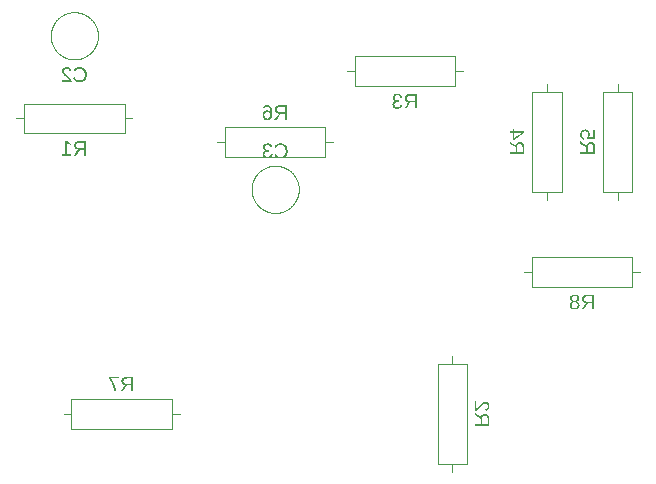
<source format=gbr>
G04 EAGLE Gerber RS-274X export*
G75*
%MOMM*%
%FSLAX34Y34*%
%LPD*%
%INSilkscreen Bottom*%
%IPPOS*%
%AMOC8*
5,1,8,0,0,1.08239X$1,22.5*%
G01*
G04 Define Apertures*
%ADD10C,0.120000*%
G36*
X451191Y70007D02*
X438850Y70007D01*
X438850Y71680D01*
X443974Y71680D01*
X443974Y75525D01*
X438850Y78730D01*
X438850Y80657D01*
X441903Y78645D01*
X444166Y77154D01*
X444239Y77497D01*
X444332Y77821D01*
X444448Y78126D01*
X444585Y78412D01*
X444677Y78568D01*
X444743Y78679D01*
X444924Y78927D01*
X445125Y79155D01*
X445349Y79365D01*
X445590Y79553D01*
X445845Y79716D01*
X446113Y79854D01*
X446395Y79966D01*
X446691Y80054D01*
X447001Y80117D01*
X447324Y80154D01*
X447661Y80167D01*
X448066Y80149D01*
X448447Y80096D01*
X448806Y80007D01*
X449142Y79883D01*
X449456Y79724D01*
X449746Y79529D01*
X450013Y79298D01*
X450258Y79033D01*
X450477Y78734D01*
X450666Y78406D01*
X450826Y78048D01*
X450958Y77661D01*
X451060Y77244D01*
X451132Y76797D01*
X451176Y76320D01*
X451191Y75814D01*
X451191Y70007D01*
G37*
%LPC*%
G36*
X449851Y71680D02*
X449851Y75647D01*
X449842Y75981D01*
X449815Y76295D01*
X449771Y76588D01*
X449710Y76861D01*
X449630Y77115D01*
X449533Y77348D01*
X449418Y77561D01*
X449286Y77754D01*
X449137Y77925D01*
X448971Y78074D01*
X448790Y78199D01*
X448593Y78302D01*
X448380Y78382D01*
X448150Y78439D01*
X447905Y78474D01*
X447644Y78485D01*
X447373Y78474D01*
X447118Y78440D01*
X446879Y78384D01*
X446655Y78304D01*
X446446Y78203D01*
X446253Y78079D01*
X446076Y77932D01*
X445914Y77763D01*
X445769Y77573D01*
X445644Y77364D01*
X445537Y77136D01*
X445451Y76890D01*
X445383Y76625D01*
X445335Y76341D01*
X445306Y76039D01*
X445296Y75717D01*
X445296Y71680D01*
X449851Y71680D01*
G37*
%LPD*%
G36*
X439962Y82375D02*
X438850Y82375D01*
X438850Y90547D01*
X440190Y90547D01*
X440190Y84109D01*
X440500Y84261D01*
X440815Y84455D01*
X441137Y84691D01*
X441464Y84968D01*
X441805Y85291D01*
X442166Y85666D01*
X442547Y86092D01*
X442949Y86570D01*
X443645Y87412D01*
X444243Y88105D01*
X444744Y88651D01*
X445147Y89049D01*
X445502Y89353D01*
X445857Y89617D01*
X446212Y89841D01*
X446566Y90026D01*
X446922Y90169D01*
X447278Y90272D01*
X447635Y90334D01*
X447994Y90354D01*
X448387Y90338D01*
X448758Y90291D01*
X449105Y90213D01*
X449429Y90103D01*
X449730Y89962D01*
X450008Y89790D01*
X450263Y89586D01*
X450494Y89351D01*
X450701Y89087D01*
X450880Y88796D01*
X451031Y88478D01*
X451155Y88133D01*
X451251Y87761D01*
X451320Y87362D01*
X451361Y86936D01*
X451375Y86483D01*
X451361Y86068D01*
X451320Y85672D01*
X451252Y85295D01*
X451156Y84938D01*
X451033Y84600D01*
X450882Y84281D01*
X450704Y83982D01*
X450499Y83702D01*
X450270Y83446D01*
X450023Y83218D01*
X449757Y83018D01*
X449472Y82847D01*
X449168Y82704D01*
X448845Y82589D01*
X448503Y82503D01*
X448143Y82445D01*
X447994Y84057D01*
X448234Y84094D01*
X448461Y84147D01*
X448674Y84218D01*
X448873Y84305D01*
X449058Y84409D01*
X449230Y84530D01*
X449387Y84668D01*
X449531Y84823D01*
X449659Y84992D01*
X449771Y85171D01*
X449865Y85362D01*
X449942Y85564D01*
X450001Y85777D01*
X450044Y86001D01*
X450070Y86237D01*
X450078Y86483D01*
X450070Y86740D01*
X450043Y86984D01*
X450000Y87212D01*
X449938Y87427D01*
X449859Y87626D01*
X449763Y87811D01*
X449649Y87982D01*
X449518Y88138D01*
X449371Y88278D01*
X449209Y88399D01*
X449033Y88501D01*
X448843Y88585D01*
X448639Y88650D01*
X448421Y88697D01*
X448188Y88724D01*
X447941Y88734D01*
X447575Y88712D01*
X447228Y88647D01*
X446900Y88539D01*
X446593Y88388D01*
X446298Y88201D01*
X446010Y87988D01*
X445729Y87748D01*
X445454Y87481D01*
X444911Y86887D01*
X444368Y86224D01*
X443802Y85525D01*
X443190Y84819D01*
X442863Y84468D01*
X442518Y84126D01*
X442154Y83791D01*
X441771Y83465D01*
X441364Y83156D01*
X440927Y82871D01*
X440460Y82611D01*
X439962Y82375D01*
G37*
G36*
X381270Y338450D02*
X379343Y338450D01*
X381355Y341503D01*
X382846Y343766D01*
X382503Y343839D01*
X382179Y343932D01*
X381874Y344048D01*
X381588Y344185D01*
X381432Y344277D01*
X381321Y344343D01*
X381073Y344524D01*
X380845Y344725D01*
X380635Y344949D01*
X380447Y345190D01*
X380284Y345445D01*
X380146Y345713D01*
X380034Y345995D01*
X379946Y346291D01*
X379883Y346601D01*
X379846Y346924D01*
X379833Y347261D01*
X379851Y347666D01*
X379904Y348047D01*
X379993Y348406D01*
X380117Y348742D01*
X380276Y349056D01*
X380471Y349346D01*
X380702Y349613D01*
X380968Y349858D01*
X381266Y350077D01*
X381594Y350266D01*
X381952Y350426D01*
X382339Y350558D01*
X382757Y350660D01*
X383203Y350732D01*
X383680Y350776D01*
X384186Y350791D01*
X389993Y350791D01*
X389993Y338450D01*
X388320Y338450D01*
X388320Y343574D01*
X384475Y343574D01*
X381270Y338450D01*
G37*
%LPC*%
G36*
X388320Y344896D02*
X388320Y349451D01*
X384353Y349451D01*
X384019Y349442D01*
X383705Y349415D01*
X383412Y349371D01*
X383139Y349310D01*
X382885Y349230D01*
X382652Y349133D01*
X382439Y349018D01*
X382246Y348886D01*
X382075Y348737D01*
X381926Y348571D01*
X381801Y348390D01*
X381698Y348193D01*
X381618Y347980D01*
X381561Y347750D01*
X381526Y347505D01*
X381515Y347244D01*
X381526Y346973D01*
X381560Y346718D01*
X381617Y346479D01*
X381696Y346255D01*
X381797Y346046D01*
X381921Y345853D01*
X382068Y345676D01*
X382237Y345514D01*
X382428Y345369D01*
X382636Y345244D01*
X382864Y345137D01*
X383110Y345051D01*
X383375Y344983D01*
X383659Y344935D01*
X383961Y344906D01*
X384283Y344896D01*
X388320Y344896D01*
G37*
%LPD*%
G36*
X373526Y338275D02*
X373037Y338290D01*
X372577Y338333D01*
X372146Y338407D01*
X371744Y338509D01*
X371371Y338641D01*
X371027Y338802D01*
X370711Y338992D01*
X370425Y339212D01*
X370171Y339458D01*
X369950Y339729D01*
X369764Y340023D01*
X369611Y340342D01*
X369492Y340685D01*
X369407Y341051D01*
X369356Y341442D01*
X369339Y341857D01*
X369351Y342146D01*
X369388Y342423D01*
X369448Y342687D01*
X369532Y342939D01*
X369640Y343178D01*
X369773Y343404D01*
X369930Y343618D01*
X370110Y343819D01*
X370312Y344004D01*
X370534Y344169D01*
X370774Y344315D01*
X371034Y344441D01*
X371313Y344547D01*
X371611Y344634D01*
X371928Y344700D01*
X372265Y344747D01*
X372265Y344782D01*
X371959Y344856D01*
X371672Y344944D01*
X371403Y345047D01*
X371154Y345165D01*
X370923Y345297D01*
X370710Y345445D01*
X370517Y345608D01*
X370342Y345785D01*
X370187Y345977D01*
X370053Y346183D01*
X369939Y346403D01*
X369846Y346636D01*
X369774Y346883D01*
X369722Y347144D01*
X369691Y347419D01*
X369681Y347708D01*
X369697Y348083D01*
X369745Y348436D01*
X369826Y348768D01*
X369938Y349080D01*
X370083Y349370D01*
X370260Y349638D01*
X370469Y349886D01*
X370710Y350112D01*
X370980Y350314D01*
X371276Y350489D01*
X371598Y350638D01*
X371946Y350759D01*
X372320Y350853D01*
X372719Y350921D01*
X373145Y350961D01*
X373596Y350975D01*
X374011Y350961D01*
X374407Y350922D01*
X374784Y350855D01*
X375141Y350762D01*
X375479Y350643D01*
X375797Y350497D01*
X376097Y350324D01*
X376377Y350125D01*
X376633Y349902D01*
X376861Y349659D01*
X377061Y349394D01*
X377232Y349109D01*
X377375Y348803D01*
X377490Y348476D01*
X377576Y348129D01*
X377634Y347760D01*
X376048Y347638D01*
X376014Y347874D01*
X375962Y348096D01*
X375894Y348305D01*
X375809Y348500D01*
X375707Y348682D01*
X375588Y348850D01*
X375452Y349004D01*
X375300Y349144D01*
X375132Y349269D01*
X374953Y349378D01*
X374761Y349470D01*
X374556Y349545D01*
X374339Y349603D01*
X374110Y349645D01*
X373868Y349670D01*
X373614Y349678D01*
X373336Y349669D01*
X373075Y349643D01*
X372832Y349598D01*
X372607Y349535D01*
X372400Y349454D01*
X372210Y349356D01*
X372038Y349239D01*
X371884Y349105D01*
X371747Y348955D01*
X371629Y348792D01*
X371529Y348616D01*
X371447Y348427D01*
X371383Y348225D01*
X371338Y348010D01*
X371310Y347782D01*
X371301Y347541D01*
X371312Y347299D01*
X371346Y347069D01*
X371402Y346853D01*
X371480Y346651D01*
X371580Y346463D01*
X371703Y346288D01*
X371848Y346126D01*
X372015Y345978D01*
X372203Y345846D01*
X372408Y345731D01*
X372632Y345634D01*
X372875Y345554D01*
X373135Y345492D01*
X373414Y345448D01*
X373710Y345422D01*
X374025Y345413D01*
X374884Y345413D01*
X374884Y344047D01*
X373990Y344047D01*
X373635Y344038D01*
X373302Y344011D01*
X372990Y343967D01*
X372699Y343905D01*
X372430Y343826D01*
X372183Y343729D01*
X371957Y343614D01*
X371752Y343482D01*
X371571Y343334D01*
X371413Y343172D01*
X371280Y342996D01*
X371171Y342806D01*
X371086Y342603D01*
X371026Y342386D01*
X370989Y342155D01*
X370977Y341910D01*
X370988Y341629D01*
X371020Y341367D01*
X371073Y341123D01*
X371147Y340896D01*
X371242Y340687D01*
X371359Y340496D01*
X371497Y340322D01*
X371656Y340167D01*
X371834Y340029D01*
X372027Y339910D01*
X372237Y339809D01*
X372463Y339727D01*
X372705Y339662D01*
X372962Y339617D01*
X373236Y339589D01*
X373526Y339580D01*
X373815Y339588D01*
X374087Y339614D01*
X374344Y339657D01*
X374584Y339717D01*
X374808Y339794D01*
X375017Y339888D01*
X375209Y339999D01*
X375385Y340127D01*
X375545Y340273D01*
X375689Y340435D01*
X375817Y340615D01*
X375929Y340812D01*
X376024Y341025D01*
X376104Y341256D01*
X376167Y341504D01*
X376215Y341769D01*
X377844Y341621D01*
X377777Y341219D01*
X377682Y340844D01*
X377559Y340493D01*
X377407Y340168D01*
X377227Y339868D01*
X377019Y339593D01*
X376782Y339344D01*
X376517Y339120D01*
X376226Y338922D01*
X375911Y338750D01*
X375573Y338605D01*
X375211Y338486D01*
X374825Y338394D01*
X374416Y338328D01*
X373983Y338288D01*
X373526Y338275D01*
G37*
G36*
X480791Y300007D02*
X468450Y300007D01*
X468450Y301680D01*
X473574Y301680D01*
X473574Y305525D01*
X468450Y308730D01*
X468450Y310657D01*
X471503Y308645D01*
X473766Y307154D01*
X473839Y307497D01*
X473932Y307821D01*
X474048Y308126D01*
X474185Y308412D01*
X474277Y308568D01*
X474343Y308679D01*
X474524Y308927D01*
X474725Y309155D01*
X474949Y309365D01*
X475190Y309553D01*
X475445Y309716D01*
X475713Y309854D01*
X475995Y309966D01*
X476291Y310054D01*
X476601Y310117D01*
X476924Y310154D01*
X477261Y310167D01*
X477666Y310149D01*
X478047Y310096D01*
X478406Y310007D01*
X478742Y309883D01*
X479056Y309724D01*
X479346Y309529D01*
X479613Y309298D01*
X479858Y309033D01*
X480077Y308734D01*
X480266Y308406D01*
X480426Y308048D01*
X480558Y307661D01*
X480660Y307244D01*
X480732Y306797D01*
X480776Y306320D01*
X480791Y305814D01*
X480791Y300007D01*
G37*
%LPC*%
G36*
X479451Y301680D02*
X479451Y305647D01*
X479442Y305981D01*
X479415Y306295D01*
X479371Y306588D01*
X479310Y306861D01*
X479230Y307115D01*
X479133Y307348D01*
X479018Y307561D01*
X478886Y307754D01*
X478737Y307925D01*
X478571Y308074D01*
X478390Y308199D01*
X478193Y308302D01*
X477980Y308382D01*
X477750Y308439D01*
X477505Y308474D01*
X477244Y308485D01*
X476973Y308474D01*
X476718Y308440D01*
X476479Y308384D01*
X476255Y308304D01*
X476046Y308203D01*
X475853Y308079D01*
X475676Y307932D01*
X475514Y307763D01*
X475369Y307573D01*
X475244Y307364D01*
X475137Y307136D01*
X475051Y306890D01*
X474983Y306625D01*
X474935Y306341D01*
X474906Y306039D01*
X474896Y305717D01*
X474896Y301680D01*
X479451Y301680D01*
G37*
%LPD*%
G36*
X472470Y311885D02*
X471244Y311885D01*
X471244Y317700D01*
X468450Y317700D01*
X468450Y319189D01*
X471244Y319189D01*
X471244Y320923D01*
X472488Y320923D01*
X472488Y319189D01*
X480791Y319189D01*
X480791Y317534D01*
X472470Y311885D01*
G37*
%LPC*%
G36*
X472488Y313338D02*
X472663Y313479D01*
X473311Y313952D01*
X477971Y317113D01*
X478549Y317455D01*
X479013Y317700D01*
X472488Y317700D01*
X472488Y313338D01*
G37*
%LPD*%
G36*
X540791Y300007D02*
X528450Y300007D01*
X528450Y301680D01*
X533574Y301680D01*
X533574Y305525D01*
X528450Y308730D01*
X528450Y310657D01*
X531503Y308645D01*
X533766Y307154D01*
X533839Y307497D01*
X533932Y307821D01*
X534048Y308126D01*
X534185Y308412D01*
X534277Y308568D01*
X534343Y308679D01*
X534524Y308927D01*
X534725Y309155D01*
X534949Y309365D01*
X535190Y309553D01*
X535445Y309716D01*
X535713Y309854D01*
X535995Y309966D01*
X536291Y310054D01*
X536601Y310117D01*
X536924Y310154D01*
X537261Y310167D01*
X537666Y310149D01*
X538047Y310096D01*
X538406Y310007D01*
X538742Y309883D01*
X539056Y309724D01*
X539346Y309529D01*
X539613Y309298D01*
X539858Y309033D01*
X540077Y308734D01*
X540266Y308406D01*
X540426Y308048D01*
X540558Y307661D01*
X540660Y307244D01*
X540732Y306797D01*
X540776Y306320D01*
X540791Y305814D01*
X540791Y300007D01*
G37*
%LPC*%
G36*
X539451Y301680D02*
X539451Y305647D01*
X539442Y305981D01*
X539415Y306295D01*
X539371Y306588D01*
X539310Y306861D01*
X539230Y307115D01*
X539133Y307348D01*
X539018Y307561D01*
X538886Y307754D01*
X538737Y307925D01*
X538571Y308074D01*
X538390Y308199D01*
X538193Y308302D01*
X537980Y308382D01*
X537750Y308439D01*
X537505Y308474D01*
X537244Y308485D01*
X536973Y308474D01*
X536718Y308440D01*
X536479Y308384D01*
X536255Y308304D01*
X536046Y308203D01*
X535853Y308079D01*
X535676Y307932D01*
X535514Y307763D01*
X535369Y307573D01*
X535244Y307364D01*
X535137Y307136D01*
X535051Y306890D01*
X534983Y306625D01*
X534935Y306341D01*
X534906Y306039D01*
X534896Y305717D01*
X534896Y301680D01*
X539451Y301680D01*
G37*
%LPD*%
G36*
X531209Y312191D02*
X530863Y312273D01*
X530537Y312380D01*
X530233Y312511D01*
X529950Y312666D01*
X529688Y312846D01*
X529447Y313050D01*
X529227Y313278D01*
X529028Y313531D01*
X528852Y313807D01*
X528699Y314103D01*
X528569Y314420D01*
X528463Y314757D01*
X528381Y315116D01*
X528322Y315495D01*
X528287Y315895D01*
X528275Y316316D01*
X528292Y316817D01*
X528345Y317289D01*
X528433Y317734D01*
X528555Y318150D01*
X528713Y318539D01*
X528905Y318899D01*
X529133Y319231D01*
X529396Y319535D01*
X529689Y319807D01*
X530008Y320043D01*
X530354Y320242D01*
X530725Y320406D01*
X531122Y320532D01*
X531546Y320623D01*
X531995Y320678D01*
X532470Y320696D01*
X532889Y320679D01*
X533288Y320628D01*
X533667Y320544D01*
X534025Y320425D01*
X534363Y320273D01*
X534681Y320087D01*
X534978Y319867D01*
X535255Y319614D01*
X535506Y319332D01*
X535723Y319027D01*
X535907Y318699D01*
X536057Y318347D01*
X536174Y317973D01*
X536257Y317575D01*
X536307Y317154D01*
X536324Y316711D01*
X536312Y316337D01*
X536275Y315980D01*
X536213Y315638D01*
X536127Y315311D01*
X536016Y315001D01*
X535881Y314705D01*
X535720Y314426D01*
X535536Y314162D01*
X539451Y314398D01*
X539451Y319977D01*
X540791Y319977D01*
X540791Y312962D01*
X534152Y312550D01*
X534152Y314092D01*
X534375Y314368D01*
X534563Y314643D01*
X534717Y314919D01*
X534835Y315195D01*
X534923Y315477D01*
X534986Y315769D01*
X535024Y316072D01*
X535036Y316386D01*
X535025Y316685D01*
X534992Y316968D01*
X534935Y317235D01*
X534857Y317487D01*
X534756Y317722D01*
X534632Y317942D01*
X534487Y318147D01*
X534318Y318335D01*
X534132Y318505D01*
X533931Y318651D01*
X533717Y318776D01*
X533488Y318877D01*
X533246Y318956D01*
X532990Y319013D01*
X532719Y319047D01*
X532435Y319058D01*
X532109Y319047D01*
X531801Y319013D01*
X531511Y318957D01*
X531239Y318878D01*
X530984Y318777D01*
X530748Y318654D01*
X530529Y318508D01*
X530329Y318340D01*
X530149Y318151D01*
X529993Y317946D01*
X529862Y317723D01*
X529754Y317483D01*
X529670Y317226D01*
X529610Y316952D01*
X529574Y316660D01*
X529562Y316351D01*
X529569Y316099D01*
X529591Y315859D01*
X529627Y315631D01*
X529677Y315416D01*
X529741Y315213D01*
X529820Y315022D01*
X529913Y314843D01*
X530020Y314676D01*
X530142Y314522D01*
X530277Y314380D01*
X530428Y314250D01*
X530592Y314133D01*
X530771Y314027D01*
X530964Y313934D01*
X531171Y313854D01*
X531393Y313785D01*
X531209Y312191D01*
G37*
G36*
X271270Y328850D02*
X269343Y328850D01*
X271355Y331903D01*
X272846Y334166D01*
X272503Y334239D01*
X272179Y334332D01*
X271874Y334448D01*
X271588Y334585D01*
X271432Y334677D01*
X271321Y334743D01*
X271073Y334924D01*
X270845Y335125D01*
X270635Y335349D01*
X270447Y335590D01*
X270284Y335845D01*
X270146Y336113D01*
X270034Y336395D01*
X269946Y336691D01*
X269883Y337001D01*
X269846Y337324D01*
X269833Y337661D01*
X269851Y338066D01*
X269904Y338447D01*
X269993Y338806D01*
X270117Y339142D01*
X270276Y339456D01*
X270471Y339746D01*
X270702Y340013D01*
X270968Y340258D01*
X271266Y340477D01*
X271594Y340666D01*
X271952Y340826D01*
X272339Y340958D01*
X272757Y341060D01*
X273203Y341132D01*
X273680Y341176D01*
X274186Y341191D01*
X279993Y341191D01*
X279993Y328850D01*
X278320Y328850D01*
X278320Y333974D01*
X274475Y333974D01*
X271270Y328850D01*
G37*
%LPC*%
G36*
X278320Y335296D02*
X278320Y339851D01*
X274353Y339851D01*
X274019Y339842D01*
X273705Y339815D01*
X273412Y339771D01*
X273139Y339710D01*
X272885Y339630D01*
X272652Y339533D01*
X272439Y339418D01*
X272246Y339286D01*
X272075Y339137D01*
X271926Y338971D01*
X271801Y338790D01*
X271698Y338593D01*
X271618Y338380D01*
X271561Y338150D01*
X271526Y337905D01*
X271515Y337644D01*
X271526Y337373D01*
X271560Y337118D01*
X271617Y336879D01*
X271696Y336655D01*
X271797Y336446D01*
X271921Y336253D01*
X272068Y336076D01*
X272237Y335914D01*
X272428Y335769D01*
X272636Y335644D01*
X272864Y335537D01*
X273110Y335451D01*
X273375Y335383D01*
X273659Y335335D01*
X273961Y335306D01*
X274283Y335296D01*
X278320Y335296D01*
G37*
%LPD*%
G36*
X263325Y328675D02*
X262871Y328693D01*
X262442Y328745D01*
X262039Y328834D01*
X261660Y328957D01*
X261307Y329116D01*
X260979Y329310D01*
X260677Y329540D01*
X260399Y329805D01*
X260151Y330100D01*
X259936Y330421D01*
X259753Y330768D01*
X259604Y331140D01*
X259488Y331539D01*
X259406Y331963D01*
X259356Y332412D01*
X259339Y332888D01*
X259355Y333327D01*
X259402Y333744D01*
X259480Y334137D01*
X259590Y334508D01*
X259731Y334856D01*
X259904Y335180D01*
X260107Y335482D01*
X260342Y335760D01*
X260604Y336011D01*
X260888Y336228D01*
X261194Y336412D01*
X261521Y336562D01*
X261871Y336679D01*
X262243Y336762D01*
X262637Y336812D01*
X263053Y336829D01*
X263301Y336823D01*
X263542Y336803D01*
X263776Y336771D01*
X264003Y336725D01*
X264436Y336595D01*
X264840Y336413D01*
X265208Y336181D01*
X265532Y335902D01*
X265812Y335575D01*
X266048Y335200D01*
X266037Y335778D01*
X266002Y336321D01*
X265944Y336828D01*
X265863Y337301D01*
X265759Y337738D01*
X265632Y338140D01*
X265482Y338507D01*
X265308Y338839D01*
X265114Y339134D01*
X264900Y339389D01*
X264668Y339605D01*
X264416Y339782D01*
X264145Y339919D01*
X263856Y340017D01*
X263547Y340076D01*
X263219Y340096D01*
X262845Y340072D01*
X262505Y340002D01*
X262199Y339884D01*
X261928Y339719D01*
X261691Y339508D01*
X261489Y339249D01*
X261321Y338943D01*
X261187Y338590D01*
X259681Y338861D01*
X259780Y339165D01*
X259895Y339450D01*
X260026Y339715D01*
X260174Y339961D01*
X260337Y340187D01*
X260517Y340393D01*
X260713Y340579D01*
X260925Y340746D01*
X261153Y340894D01*
X261397Y341021D01*
X261658Y341129D01*
X261934Y341218D01*
X262227Y341286D01*
X262536Y341335D01*
X262861Y341365D01*
X263202Y341375D01*
X263463Y341368D01*
X263717Y341348D01*
X263963Y341314D01*
X264201Y341267D01*
X264432Y341207D01*
X264655Y341133D01*
X265078Y340946D01*
X265472Y340704D01*
X265834Y340409D01*
X266167Y340060D01*
X266469Y339658D01*
X266738Y339206D01*
X266971Y338707D01*
X267168Y338161D01*
X267329Y337569D01*
X267455Y336931D01*
X267545Y336245D01*
X267598Y335514D01*
X267616Y334736D01*
X267599Y334018D01*
X267547Y333344D01*
X267461Y332714D01*
X267340Y332128D01*
X267185Y331586D01*
X266995Y331088D01*
X266771Y330635D01*
X266513Y330225D01*
X266221Y329862D01*
X265900Y329547D01*
X265547Y329280D01*
X265164Y329062D01*
X264750Y328893D01*
X264306Y328772D01*
X263830Y328699D01*
X263581Y328681D01*
X263325Y328675D01*
G37*
%LPC*%
G36*
X263377Y329945D02*
X263647Y329959D01*
X263904Y330002D01*
X264149Y330073D01*
X264381Y330173D01*
X264601Y330301D01*
X264808Y330457D01*
X265003Y330642D01*
X265186Y330856D01*
X265351Y331092D01*
X265494Y331343D01*
X265615Y331612D01*
X265715Y331896D01*
X265792Y332196D01*
X265847Y332513D01*
X265880Y332845D01*
X265891Y333194D01*
X265880Y333469D01*
X265848Y333729D01*
X265795Y333973D01*
X265721Y334203D01*
X265626Y334417D01*
X265509Y334616D01*
X265371Y334799D01*
X265212Y334968D01*
X265036Y335119D01*
X264846Y335249D01*
X264643Y335360D01*
X264427Y335451D01*
X264198Y335521D01*
X263955Y335571D01*
X263699Y335602D01*
X263430Y335612D01*
X263144Y335600D01*
X262875Y335566D01*
X262622Y335509D01*
X262385Y335430D01*
X262164Y335328D01*
X261960Y335203D01*
X261771Y335055D01*
X261599Y334885D01*
X261445Y334693D01*
X261312Y334483D01*
X261199Y334253D01*
X261106Y334004D01*
X261035Y333736D01*
X260983Y333449D01*
X260952Y333143D01*
X260942Y332818D01*
X260952Y332492D01*
X260983Y332183D01*
X261033Y331893D01*
X261104Y331621D01*
X261195Y331367D01*
X261307Y331130D01*
X261438Y330912D01*
X261590Y330711D01*
X261760Y330532D01*
X261945Y330376D01*
X262145Y330244D01*
X262361Y330136D01*
X262592Y330053D01*
X262838Y329993D01*
X263100Y329957D01*
X263377Y329945D01*
G37*
%LPD*%
G36*
X141270Y98850D02*
X139343Y98850D01*
X141355Y101903D01*
X142846Y104166D01*
X142503Y104239D01*
X142179Y104332D01*
X141874Y104448D01*
X141588Y104585D01*
X141432Y104677D01*
X141321Y104743D01*
X141073Y104924D01*
X140845Y105125D01*
X140635Y105349D01*
X140447Y105590D01*
X140284Y105845D01*
X140146Y106113D01*
X140034Y106395D01*
X139946Y106691D01*
X139883Y107001D01*
X139846Y107324D01*
X139833Y107661D01*
X139851Y108066D01*
X139904Y108447D01*
X139993Y108806D01*
X140117Y109142D01*
X140276Y109456D01*
X140471Y109746D01*
X140702Y110013D01*
X140968Y110258D01*
X141266Y110477D01*
X141594Y110666D01*
X141952Y110826D01*
X142339Y110958D01*
X142757Y111060D01*
X143203Y111132D01*
X143680Y111176D01*
X144186Y111191D01*
X149993Y111191D01*
X149993Y98850D01*
X148320Y98850D01*
X148320Y103974D01*
X144475Y103974D01*
X141270Y98850D01*
G37*
%LPC*%
G36*
X148320Y105296D02*
X148320Y109851D01*
X144353Y109851D01*
X144019Y109842D01*
X143705Y109815D01*
X143412Y109771D01*
X143139Y109710D01*
X142885Y109630D01*
X142652Y109533D01*
X142439Y109418D01*
X142246Y109286D01*
X142075Y109137D01*
X141926Y108971D01*
X141801Y108790D01*
X141698Y108593D01*
X141618Y108380D01*
X141561Y108150D01*
X141526Y107905D01*
X141515Y107644D01*
X141526Y107373D01*
X141560Y107118D01*
X141617Y106879D01*
X141696Y106655D01*
X141797Y106446D01*
X141921Y106253D01*
X142068Y106076D01*
X142237Y105914D01*
X142428Y105769D01*
X142636Y105644D01*
X142864Y105537D01*
X143110Y105451D01*
X143375Y105383D01*
X143659Y105335D01*
X143961Y105306D01*
X144283Y105296D01*
X148320Y105296D01*
G37*
%LPD*%
G36*
X135330Y98850D02*
X133684Y98850D01*
X133678Y99275D01*
X133659Y99697D01*
X133586Y100529D01*
X133464Y101348D01*
X133294Y102152D01*
X133075Y102952D01*
X132807Y103757D01*
X132490Y104568D01*
X132125Y105384D01*
X131665Y106281D01*
X131067Y107335D01*
X130330Y108545D01*
X129453Y109912D01*
X129453Y111191D01*
X137607Y111191D01*
X137607Y109851D01*
X130977Y109851D01*
X131543Y109011D01*
X132067Y108197D01*
X132549Y107407D01*
X132988Y106642D01*
X133386Y105902D01*
X133742Y105186D01*
X134056Y104495D01*
X134327Y103829D01*
X134562Y103180D01*
X134766Y102538D01*
X134939Y101904D01*
X135080Y101277D01*
X135189Y100659D01*
X135268Y100048D01*
X135315Y99445D01*
X135330Y98850D01*
G37*
G36*
X523535Y168275D02*
X523042Y168290D01*
X522578Y168335D01*
X522144Y168409D01*
X521739Y168513D01*
X521364Y168648D01*
X521019Y168812D01*
X520703Y169006D01*
X520417Y169230D01*
X520162Y169480D01*
X519942Y169754D01*
X519755Y170051D01*
X519602Y170373D01*
X519483Y170717D01*
X519399Y171085D01*
X519348Y171477D01*
X519331Y171892D01*
X519341Y172190D01*
X519372Y172475D01*
X519423Y172748D01*
X519495Y173008D01*
X519587Y173255D01*
X519700Y173489D01*
X519834Y173711D01*
X519988Y173920D01*
X520021Y173957D01*
X520160Y174113D01*
X520349Y174286D01*
X520554Y174441D01*
X520776Y174576D01*
X521014Y174691D01*
X521268Y174788D01*
X521539Y174865D01*
X521827Y174923D01*
X521827Y174958D01*
X521580Y175017D01*
X521346Y175095D01*
X521125Y175191D01*
X520918Y175306D01*
X520724Y175439D01*
X520562Y175575D01*
X520544Y175590D01*
X520377Y175759D01*
X520224Y175947D01*
X520086Y176149D01*
X519967Y176358D01*
X519866Y176577D01*
X519784Y176803D01*
X519720Y177039D01*
X519674Y177282D01*
X519646Y177535D01*
X519637Y177795D01*
X519654Y178152D01*
X519703Y178489D01*
X519786Y178807D01*
X519901Y179107D01*
X520049Y179388D01*
X520231Y179649D01*
X520445Y179892D01*
X520693Y180116D01*
X520968Y180318D01*
X521268Y180492D01*
X521592Y180639D01*
X521940Y180760D01*
X522311Y180854D01*
X522707Y180921D01*
X523126Y180961D01*
X523570Y180975D01*
X524003Y180961D01*
X524414Y180920D01*
X524802Y180852D01*
X525167Y180756D01*
X525510Y180633D01*
X525830Y180482D01*
X526128Y180304D01*
X526403Y180099D01*
X526651Y179872D01*
X526865Y179628D01*
X527046Y179367D01*
X527195Y179089D01*
X527310Y178795D01*
X527393Y178485D01*
X527442Y178157D01*
X527459Y177813D01*
X527449Y177552D01*
X527422Y177300D01*
X527377Y177056D01*
X527313Y176821D01*
X527231Y176594D01*
X527131Y176376D01*
X527013Y176166D01*
X526876Y175965D01*
X526724Y175776D01*
X526558Y175605D01*
X526380Y175451D01*
X526187Y175315D01*
X525982Y175195D01*
X525764Y175093D01*
X525532Y175008D01*
X525286Y174940D01*
X525286Y174905D01*
X525550Y174851D01*
X525801Y174777D01*
X526040Y174683D01*
X526267Y174568D01*
X526483Y174433D01*
X526686Y174278D01*
X526877Y174102D01*
X527056Y173907D01*
X527218Y173695D01*
X527358Y173471D01*
X527477Y173235D01*
X527575Y172987D01*
X527650Y172727D01*
X527704Y172455D01*
X527737Y172171D01*
X527748Y171875D01*
X527730Y171456D01*
X527678Y171061D01*
X527591Y170691D01*
X527468Y170346D01*
X527311Y170026D01*
X527119Y169730D01*
X526893Y169459D01*
X526631Y169212D01*
X526338Y168992D01*
X526019Y168802D01*
X525672Y168641D01*
X525299Y168509D01*
X524898Y168407D01*
X524471Y168333D01*
X524016Y168290D01*
X523535Y168275D01*
G37*
%LPC*%
G36*
X523517Y169457D02*
X523832Y169467D01*
X524127Y169497D01*
X524401Y169547D01*
X524655Y169617D01*
X524889Y169706D01*
X525102Y169816D01*
X525295Y169945D01*
X525468Y170094D01*
X525621Y170264D01*
X525753Y170453D01*
X525864Y170662D01*
X525956Y170891D01*
X526027Y171140D01*
X526078Y171409D01*
X526108Y171697D01*
X526119Y172006D01*
X526108Y172272D01*
X526076Y172524D01*
X526024Y172761D01*
X525950Y172984D01*
X525855Y173191D01*
X525739Y173385D01*
X525602Y173563D01*
X525444Y173727D01*
X525267Y173874D01*
X525074Y174001D01*
X524864Y174109D01*
X524638Y174197D01*
X524396Y174265D01*
X524137Y174314D01*
X523862Y174343D01*
X523570Y174353D01*
X523270Y174344D01*
X522987Y174317D01*
X522721Y174271D01*
X522473Y174208D01*
X522242Y174126D01*
X522028Y174026D01*
X521831Y173907D01*
X521652Y173771D01*
X521492Y173616D01*
X521353Y173444D01*
X521235Y173255D01*
X521139Y173047D01*
X521065Y172822D01*
X521011Y172579D01*
X520979Y172319D01*
X520969Y172041D01*
X520978Y171715D01*
X521008Y171412D01*
X521057Y171132D01*
X521126Y170875D01*
X521215Y170641D01*
X521323Y170429D01*
X521451Y170241D01*
X521599Y170075D01*
X521767Y169930D01*
X521955Y169805D01*
X522164Y169698D01*
X522394Y169612D01*
X522644Y169544D01*
X522915Y169496D01*
X523206Y169467D01*
X523517Y169457D01*
G37*
G36*
X523552Y175536D02*
X523818Y175544D01*
X524069Y175570D01*
X524304Y175614D01*
X524523Y175675D01*
X524727Y175753D01*
X524916Y175849D01*
X525089Y175961D01*
X525247Y176092D01*
X525388Y176239D01*
X525510Y176401D01*
X525613Y176580D01*
X525697Y176774D01*
X525763Y176984D01*
X525810Y177209D01*
X525838Y177451D01*
X525847Y177708D01*
X525838Y177960D01*
X525811Y178197D01*
X525765Y178417D01*
X525701Y178621D01*
X525619Y178809D01*
X525519Y178981D01*
X525401Y179136D01*
X525265Y179276D01*
X525111Y179399D01*
X524940Y179505D01*
X524753Y179596D01*
X524550Y179670D01*
X524330Y179727D01*
X524093Y179768D01*
X523840Y179793D01*
X523570Y179801D01*
X523292Y179793D01*
X523032Y179768D01*
X522790Y179727D01*
X522566Y179670D01*
X522360Y179597D01*
X522171Y179507D01*
X522001Y179400D01*
X521849Y179278D01*
X521714Y179139D01*
X521598Y178983D01*
X521499Y178812D01*
X521418Y178624D01*
X521356Y178419D01*
X521311Y178198D01*
X521284Y177961D01*
X521275Y177708D01*
X521284Y177431D01*
X521311Y177174D01*
X521357Y176937D01*
X521421Y176719D01*
X521503Y176522D01*
X521603Y176344D01*
X521721Y176186D01*
X521857Y176048D01*
X522011Y175928D01*
X522182Y175824D01*
X522369Y175736D01*
X522572Y175664D01*
X522793Y175608D01*
X523029Y175568D01*
X523282Y175544D01*
X523552Y175536D01*
G37*
%LPD*%
G36*
X531270Y168450D02*
X529343Y168450D01*
X531355Y171503D01*
X532846Y173766D01*
X532503Y173839D01*
X532179Y173932D01*
X531874Y174048D01*
X531588Y174185D01*
X531432Y174277D01*
X531321Y174343D01*
X531073Y174524D01*
X530845Y174725D01*
X530635Y174949D01*
X530447Y175190D01*
X530284Y175445D01*
X530146Y175713D01*
X530034Y175995D01*
X529946Y176291D01*
X529883Y176601D01*
X529846Y176924D01*
X529833Y177261D01*
X529851Y177666D01*
X529904Y178047D01*
X529993Y178406D01*
X530117Y178742D01*
X530276Y179056D01*
X530471Y179346D01*
X530702Y179613D01*
X530968Y179858D01*
X531266Y180077D01*
X531594Y180266D01*
X531952Y180426D01*
X532339Y180558D01*
X532757Y180660D01*
X533203Y180732D01*
X533680Y180776D01*
X534186Y180791D01*
X539993Y180791D01*
X539993Y168450D01*
X538320Y168450D01*
X538320Y173574D01*
X534475Y173574D01*
X531270Y168450D01*
G37*
%LPC*%
G36*
X538320Y174896D02*
X538320Y179451D01*
X534353Y179451D01*
X534019Y179442D01*
X533705Y179415D01*
X533412Y179371D01*
X533139Y179310D01*
X532885Y179230D01*
X532652Y179133D01*
X532439Y179018D01*
X532246Y178886D01*
X532075Y178737D01*
X531926Y178571D01*
X531801Y178390D01*
X531698Y178193D01*
X531618Y177980D01*
X531561Y177750D01*
X531526Y177505D01*
X531515Y177244D01*
X531526Y176973D01*
X531560Y176718D01*
X531617Y176479D01*
X531696Y176255D01*
X531797Y176046D01*
X531921Y175853D01*
X532068Y175676D01*
X532237Y175514D01*
X532428Y175369D01*
X532636Y175244D01*
X532864Y175137D01*
X533110Y175051D01*
X533375Y174983D01*
X533659Y174935D01*
X533961Y174906D01*
X534283Y174896D01*
X538320Y174896D01*
G37*
%LPD*%
G36*
X104537Y360775D02*
X104088Y360788D01*
X103653Y360827D01*
X103232Y360892D01*
X102825Y360983D01*
X102432Y361100D01*
X102053Y361243D01*
X101687Y361412D01*
X101335Y361607D01*
X101000Y361827D01*
X100684Y362071D01*
X100388Y362338D01*
X100110Y362629D01*
X99852Y362945D01*
X99613Y363284D01*
X99394Y363646D01*
X99194Y364033D01*
X100560Y364716D01*
X100728Y364405D01*
X100907Y364115D01*
X101095Y363844D01*
X101293Y363593D01*
X101502Y363363D01*
X101720Y363152D01*
X101949Y362962D01*
X102187Y362791D01*
X102436Y362641D01*
X102694Y362511D01*
X102963Y362401D01*
X103242Y362310D01*
X103531Y362240D01*
X103830Y362190D01*
X104139Y362160D01*
X104458Y362150D01*
X104951Y362171D01*
X105417Y362236D01*
X105858Y362344D01*
X106272Y362495D01*
X106660Y362689D01*
X107022Y362926D01*
X107358Y363206D01*
X107668Y363529D01*
X107946Y363888D01*
X108187Y364275D01*
X108391Y364689D01*
X108558Y365131D01*
X108688Y365601D01*
X108780Y366099D01*
X108836Y366624D01*
X108855Y367177D01*
X108837Y367736D01*
X108783Y368264D01*
X108694Y368761D01*
X108570Y369228D01*
X108410Y369664D01*
X108214Y370070D01*
X107983Y370445D01*
X107716Y370790D01*
X107417Y371099D01*
X107090Y371367D01*
X106734Y371593D01*
X106350Y371779D01*
X105937Y371923D01*
X105496Y372026D01*
X105026Y372088D01*
X104528Y372108D01*
X104207Y372099D01*
X103898Y372073D01*
X103599Y372028D01*
X103312Y371966D01*
X103035Y371886D01*
X102770Y371788D01*
X102516Y371673D01*
X102273Y371539D01*
X102043Y371389D01*
X101830Y371223D01*
X101633Y371041D01*
X101453Y370843D01*
X101288Y370629D01*
X101140Y370399D01*
X101008Y370154D01*
X100893Y369892D01*
X99308Y370418D01*
X99474Y370785D01*
X99662Y371129D01*
X99873Y371450D01*
X100105Y371747D01*
X100359Y372021D01*
X100635Y372272D01*
X100932Y372500D01*
X101252Y372704D01*
X101593Y372885D01*
X101954Y373041D01*
X102335Y373174D01*
X102737Y373282D01*
X103159Y373366D01*
X103601Y373427D01*
X104063Y373463D01*
X104545Y373475D01*
X104893Y373468D01*
X105231Y373449D01*
X105560Y373416D01*
X105879Y373370D01*
X106188Y373311D01*
X106488Y373239D01*
X106778Y373155D01*
X107059Y373056D01*
X107330Y372945D01*
X107592Y372821D01*
X107844Y372684D01*
X108086Y372534D01*
X108542Y372194D01*
X108960Y371802D01*
X109333Y371364D01*
X109657Y370885D01*
X109931Y370367D01*
X110049Y370093D01*
X110155Y369809D01*
X110249Y369515D01*
X110330Y369211D01*
X110398Y368897D01*
X110454Y368573D01*
X110498Y368239D01*
X110529Y367895D01*
X110548Y367541D01*
X110554Y367177D01*
X110543Y366693D01*
X110509Y366225D01*
X110453Y365774D01*
X110375Y365339D01*
X110275Y364921D01*
X110152Y364519D01*
X110007Y364134D01*
X109840Y363766D01*
X109651Y363416D01*
X109442Y363087D01*
X109213Y362779D01*
X108964Y362492D01*
X108694Y362225D01*
X108405Y361979D01*
X108095Y361754D01*
X107764Y361550D01*
X107416Y361368D01*
X107052Y361211D01*
X106672Y361078D01*
X106276Y360969D01*
X105865Y360884D01*
X105438Y360823D01*
X104995Y360787D01*
X104537Y360775D01*
G37*
G36*
X97625Y360950D02*
X89453Y360950D01*
X89453Y362290D01*
X95891Y362290D01*
X95739Y362600D01*
X95545Y362915D01*
X95309Y363237D01*
X95032Y363564D01*
X94709Y363905D01*
X94334Y364266D01*
X93908Y364647D01*
X93430Y365049D01*
X92588Y365745D01*
X91895Y366343D01*
X91349Y366844D01*
X90951Y367247D01*
X90647Y367602D01*
X90383Y367957D01*
X90159Y368312D01*
X89974Y368666D01*
X89831Y369022D01*
X89728Y369378D01*
X89666Y369735D01*
X89646Y370094D01*
X89662Y370487D01*
X89709Y370858D01*
X89787Y371205D01*
X89897Y371529D01*
X90038Y371830D01*
X90210Y372108D01*
X90414Y372363D01*
X90649Y372594D01*
X90913Y372801D01*
X91204Y372980D01*
X91522Y373131D01*
X91867Y373255D01*
X92239Y373351D01*
X92638Y373420D01*
X93064Y373461D01*
X93517Y373475D01*
X93932Y373461D01*
X94328Y373420D01*
X94705Y373352D01*
X95062Y373256D01*
X95400Y373133D01*
X95719Y372982D01*
X96018Y372804D01*
X96298Y372599D01*
X96554Y372370D01*
X96782Y372123D01*
X96982Y371857D01*
X97153Y371572D01*
X97296Y371268D01*
X97411Y370945D01*
X97497Y370603D01*
X97555Y370243D01*
X95943Y370094D01*
X95906Y370334D01*
X95853Y370561D01*
X95782Y370774D01*
X95695Y370973D01*
X95591Y371158D01*
X95470Y371330D01*
X95332Y371487D01*
X95177Y371631D01*
X95008Y371759D01*
X94829Y371871D01*
X94638Y371965D01*
X94436Y372042D01*
X94223Y372101D01*
X93999Y372144D01*
X93764Y372170D01*
X93517Y372178D01*
X93260Y372170D01*
X93016Y372143D01*
X92788Y372100D01*
X92574Y372038D01*
X92374Y371959D01*
X92189Y371863D01*
X92018Y371749D01*
X91862Y371618D01*
X91722Y371471D01*
X91601Y371309D01*
X91499Y371133D01*
X91415Y370943D01*
X91350Y370739D01*
X91304Y370521D01*
X91276Y370288D01*
X91266Y370041D01*
X91288Y369675D01*
X91353Y369328D01*
X91461Y369000D01*
X91612Y368693D01*
X91799Y368398D01*
X92012Y368110D01*
X92252Y367829D01*
X92519Y367554D01*
X93113Y367011D01*
X93776Y366468D01*
X94475Y365902D01*
X95181Y365290D01*
X95532Y364963D01*
X95874Y364618D01*
X96209Y364254D01*
X96535Y363871D01*
X96844Y363464D01*
X97129Y363027D01*
X97389Y362560D01*
X97625Y362062D01*
X97625Y360950D01*
G37*
G36*
X274537Y296175D02*
X274088Y296188D01*
X273653Y296227D01*
X273232Y296292D01*
X272825Y296383D01*
X272432Y296500D01*
X272053Y296643D01*
X271687Y296812D01*
X271335Y297007D01*
X271000Y297227D01*
X270684Y297471D01*
X270388Y297738D01*
X270110Y298029D01*
X269852Y298345D01*
X269613Y298684D01*
X269394Y299046D01*
X269194Y299433D01*
X270560Y300116D01*
X270728Y299805D01*
X270907Y299515D01*
X271095Y299244D01*
X271293Y298993D01*
X271502Y298763D01*
X271720Y298552D01*
X271949Y298362D01*
X272187Y298191D01*
X272436Y298041D01*
X272694Y297911D01*
X272963Y297801D01*
X273242Y297710D01*
X273531Y297640D01*
X273830Y297590D01*
X274139Y297560D01*
X274458Y297550D01*
X274951Y297571D01*
X275417Y297636D01*
X275858Y297744D01*
X276272Y297895D01*
X276660Y298089D01*
X277022Y298326D01*
X277358Y298606D01*
X277668Y298929D01*
X277946Y299288D01*
X278187Y299675D01*
X278391Y300089D01*
X278558Y300531D01*
X278688Y301001D01*
X278780Y301499D01*
X278836Y302024D01*
X278855Y302577D01*
X278837Y303136D01*
X278783Y303664D01*
X278694Y304161D01*
X278570Y304628D01*
X278410Y305064D01*
X278214Y305470D01*
X277983Y305845D01*
X277716Y306190D01*
X277417Y306499D01*
X277090Y306767D01*
X276734Y306993D01*
X276350Y307179D01*
X275937Y307323D01*
X275496Y307426D01*
X275026Y307488D01*
X274528Y307508D01*
X274207Y307499D01*
X273898Y307473D01*
X273599Y307428D01*
X273312Y307366D01*
X273035Y307286D01*
X272770Y307188D01*
X272516Y307073D01*
X272273Y306939D01*
X272043Y306789D01*
X271830Y306623D01*
X271633Y306441D01*
X271453Y306243D01*
X271288Y306029D01*
X271140Y305799D01*
X271008Y305554D01*
X270893Y305292D01*
X269308Y305818D01*
X269474Y306185D01*
X269662Y306529D01*
X269873Y306850D01*
X270105Y307147D01*
X270359Y307421D01*
X270635Y307672D01*
X270932Y307900D01*
X271252Y308104D01*
X271593Y308285D01*
X271954Y308441D01*
X272335Y308574D01*
X272737Y308682D01*
X273159Y308766D01*
X273601Y308827D01*
X274063Y308863D01*
X274545Y308875D01*
X274893Y308868D01*
X275231Y308849D01*
X275560Y308816D01*
X275879Y308770D01*
X276188Y308711D01*
X276488Y308639D01*
X276778Y308555D01*
X277059Y308456D01*
X277330Y308345D01*
X277592Y308221D01*
X277844Y308084D01*
X278086Y307934D01*
X278542Y307594D01*
X278960Y307202D01*
X279333Y306764D01*
X279657Y306285D01*
X279931Y305767D01*
X280049Y305493D01*
X280155Y305209D01*
X280249Y304915D01*
X280330Y304611D01*
X280398Y304297D01*
X280454Y303973D01*
X280498Y303639D01*
X280529Y303295D01*
X280548Y302941D01*
X280554Y302577D01*
X280543Y302093D01*
X280509Y301625D01*
X280453Y301174D01*
X280375Y300739D01*
X280275Y300321D01*
X280152Y299919D01*
X280007Y299534D01*
X279840Y299166D01*
X279651Y298816D01*
X279442Y298487D01*
X279213Y298179D01*
X278964Y297892D01*
X278694Y297625D01*
X278405Y297379D01*
X278095Y297154D01*
X277764Y296950D01*
X277416Y296768D01*
X277052Y296611D01*
X276672Y296478D01*
X276276Y296369D01*
X275865Y296284D01*
X275438Y296223D01*
X274995Y296187D01*
X274537Y296175D01*
G37*
G36*
X263526Y296175D02*
X263037Y296190D01*
X262577Y296233D01*
X262146Y296307D01*
X261744Y296409D01*
X261371Y296541D01*
X261027Y296702D01*
X260711Y296892D01*
X260425Y297112D01*
X260171Y297358D01*
X259950Y297629D01*
X259764Y297923D01*
X259611Y298242D01*
X259492Y298585D01*
X259407Y298951D01*
X259356Y299342D01*
X259339Y299757D01*
X259351Y300046D01*
X259388Y300323D01*
X259448Y300587D01*
X259532Y300839D01*
X259640Y301078D01*
X259773Y301304D01*
X259930Y301518D01*
X260110Y301719D01*
X260312Y301904D01*
X260534Y302069D01*
X260774Y302215D01*
X261034Y302341D01*
X261313Y302447D01*
X261611Y302534D01*
X261928Y302600D01*
X262265Y302647D01*
X262265Y302682D01*
X261959Y302756D01*
X261672Y302844D01*
X261403Y302947D01*
X261154Y303065D01*
X260923Y303197D01*
X260710Y303345D01*
X260517Y303508D01*
X260342Y303685D01*
X260187Y303877D01*
X260053Y304083D01*
X259939Y304303D01*
X259846Y304536D01*
X259774Y304783D01*
X259722Y305044D01*
X259691Y305319D01*
X259681Y305608D01*
X259697Y305983D01*
X259745Y306336D01*
X259826Y306668D01*
X259938Y306980D01*
X260083Y307270D01*
X260260Y307538D01*
X260469Y307786D01*
X260710Y308012D01*
X260980Y308214D01*
X261276Y308389D01*
X261598Y308538D01*
X261946Y308659D01*
X262320Y308753D01*
X262719Y308821D01*
X263145Y308861D01*
X263596Y308875D01*
X264011Y308861D01*
X264407Y308822D01*
X264784Y308755D01*
X265141Y308662D01*
X265479Y308543D01*
X265797Y308397D01*
X266097Y308224D01*
X266377Y308025D01*
X266633Y307802D01*
X266861Y307559D01*
X267061Y307294D01*
X267232Y307009D01*
X267375Y306703D01*
X267490Y306376D01*
X267576Y306029D01*
X267634Y305660D01*
X266048Y305538D01*
X266014Y305774D01*
X265962Y305996D01*
X265894Y306205D01*
X265809Y306400D01*
X265707Y306582D01*
X265588Y306750D01*
X265452Y306904D01*
X265300Y307044D01*
X265132Y307169D01*
X264953Y307278D01*
X264761Y307370D01*
X264556Y307445D01*
X264339Y307503D01*
X264110Y307545D01*
X263868Y307570D01*
X263614Y307578D01*
X263336Y307569D01*
X263075Y307543D01*
X262832Y307498D01*
X262607Y307435D01*
X262400Y307354D01*
X262210Y307256D01*
X262038Y307139D01*
X261884Y307005D01*
X261747Y306855D01*
X261629Y306692D01*
X261529Y306516D01*
X261447Y306327D01*
X261383Y306125D01*
X261338Y305910D01*
X261310Y305682D01*
X261301Y305441D01*
X261312Y305199D01*
X261346Y304969D01*
X261402Y304753D01*
X261480Y304551D01*
X261580Y304363D01*
X261703Y304188D01*
X261848Y304026D01*
X262015Y303878D01*
X262203Y303746D01*
X262408Y303631D01*
X262632Y303534D01*
X262875Y303454D01*
X263135Y303392D01*
X263414Y303348D01*
X263710Y303322D01*
X264025Y303313D01*
X264884Y303313D01*
X264884Y301947D01*
X263990Y301947D01*
X263635Y301938D01*
X263302Y301911D01*
X262990Y301867D01*
X262699Y301805D01*
X262430Y301726D01*
X262183Y301629D01*
X261957Y301514D01*
X261752Y301382D01*
X261571Y301234D01*
X261413Y301072D01*
X261280Y300896D01*
X261171Y300706D01*
X261086Y300503D01*
X261026Y300286D01*
X260989Y300055D01*
X260977Y299810D01*
X260988Y299529D01*
X261020Y299267D01*
X261073Y299023D01*
X261147Y298796D01*
X261242Y298587D01*
X261359Y298396D01*
X261497Y298222D01*
X261656Y298067D01*
X261834Y297929D01*
X262027Y297810D01*
X262237Y297709D01*
X262463Y297627D01*
X262705Y297562D01*
X262962Y297517D01*
X263236Y297489D01*
X263526Y297480D01*
X263815Y297488D01*
X264087Y297514D01*
X264344Y297557D01*
X264584Y297617D01*
X264808Y297694D01*
X265017Y297788D01*
X265209Y297899D01*
X265385Y298027D01*
X265545Y298173D01*
X265689Y298335D01*
X265817Y298515D01*
X265929Y298712D01*
X266024Y298925D01*
X266104Y299156D01*
X266167Y299404D01*
X266215Y299669D01*
X267844Y299521D01*
X267777Y299119D01*
X267682Y298744D01*
X267559Y298393D01*
X267407Y298068D01*
X267227Y297768D01*
X267019Y297493D01*
X266782Y297244D01*
X266517Y297020D01*
X266226Y296822D01*
X265911Y296650D01*
X265573Y296505D01*
X265211Y296386D01*
X264825Y296294D01*
X264416Y296228D01*
X263983Y296188D01*
X263526Y296175D01*
G37*
G36*
X101270Y298450D02*
X99343Y298450D01*
X101355Y301503D01*
X102846Y303766D01*
X102503Y303839D01*
X102179Y303932D01*
X101874Y304048D01*
X101588Y304185D01*
X101432Y304277D01*
X101321Y304343D01*
X101073Y304524D01*
X100845Y304725D01*
X100635Y304949D01*
X100447Y305190D01*
X100284Y305445D01*
X100146Y305713D01*
X100034Y305995D01*
X99946Y306291D01*
X99883Y306601D01*
X99846Y306924D01*
X99833Y307261D01*
X99851Y307666D01*
X99904Y308047D01*
X99993Y308406D01*
X100117Y308742D01*
X100276Y309056D01*
X100471Y309346D01*
X100702Y309613D01*
X100968Y309858D01*
X101266Y310077D01*
X101594Y310266D01*
X101952Y310426D01*
X102339Y310558D01*
X102757Y310660D01*
X103203Y310732D01*
X103680Y310776D01*
X104186Y310791D01*
X109993Y310791D01*
X109993Y298450D01*
X108320Y298450D01*
X108320Y303574D01*
X104475Y303574D01*
X101270Y298450D01*
G37*
%LPC*%
G36*
X108320Y304896D02*
X108320Y309451D01*
X104353Y309451D01*
X104019Y309442D01*
X103705Y309415D01*
X103412Y309371D01*
X103139Y309310D01*
X102885Y309230D01*
X102652Y309133D01*
X102439Y309018D01*
X102246Y308886D01*
X102075Y308737D01*
X101926Y308571D01*
X101801Y308390D01*
X101698Y308193D01*
X101618Y307980D01*
X101561Y307750D01*
X101526Y307505D01*
X101515Y307244D01*
X101526Y306973D01*
X101560Y306718D01*
X101617Y306479D01*
X101696Y306255D01*
X101797Y306046D01*
X101921Y305853D01*
X102068Y305676D01*
X102237Y305514D01*
X102428Y305369D01*
X102636Y305244D01*
X102864Y305137D01*
X103110Y305051D01*
X103375Y304983D01*
X103659Y304935D01*
X103961Y304906D01*
X104283Y304896D01*
X108320Y304896D01*
G37*
%LPD*%
G36*
X97161Y298450D02*
X89427Y298450D01*
X89427Y299790D01*
X92431Y299790D01*
X92431Y310791D01*
X93885Y310791D01*
X96802Y308785D01*
X96802Y307296D01*
X94016Y309284D01*
X94016Y299790D01*
X97161Y299790D01*
X97161Y298450D01*
G37*
D10*
X407500Y37500D02*
X432500Y37500D01*
X432500Y122500D01*
X407500Y122500D01*
X407500Y37500D01*
X420000Y37500D02*
X420000Y30890D01*
X420000Y122500D02*
X420000Y129110D01*
X337500Y357500D02*
X337500Y382500D01*
X337500Y357500D02*
X422500Y357500D01*
X422500Y382500D01*
X337500Y382500D01*
X337500Y370000D02*
X330890Y370000D01*
X422500Y370000D02*
X429110Y370000D01*
X487500Y352500D02*
X512500Y352500D01*
X487500Y352500D02*
X487500Y267500D01*
X512500Y267500D01*
X512500Y352500D01*
X500000Y352500D02*
X500000Y359110D01*
X500000Y267500D02*
X500000Y260890D01*
X547500Y352500D02*
X572500Y352500D01*
X547500Y352500D02*
X547500Y267500D01*
X572500Y267500D01*
X572500Y352500D01*
X560000Y352500D02*
X560000Y359110D01*
X560000Y267500D02*
X560000Y260890D01*
X312500Y297500D02*
X312500Y322500D01*
X227500Y322500D01*
X227500Y297500D01*
X312500Y297500D01*
X312500Y310000D02*
X319110Y310000D01*
X227500Y310000D02*
X220890Y310000D01*
X182500Y92500D02*
X182500Y67500D01*
X182500Y92500D02*
X97500Y92500D01*
X97500Y67500D01*
X182500Y67500D01*
X182500Y80000D02*
X189110Y80000D01*
X97500Y80000D02*
X90890Y80000D01*
X487500Y187500D02*
X487500Y212500D01*
X487500Y187500D02*
X572500Y187500D01*
X572500Y212500D01*
X487500Y212500D01*
X487500Y200000D02*
X480890Y200000D01*
X572500Y200000D02*
X579110Y200000D01*
X80000Y400000D02*
X80006Y400491D01*
X80024Y400981D01*
X80054Y401471D01*
X80096Y401960D01*
X80150Y402448D01*
X80216Y402935D01*
X80294Y403419D01*
X80384Y403902D01*
X80486Y404382D01*
X80599Y404860D01*
X80724Y405334D01*
X80861Y405806D01*
X81009Y406274D01*
X81169Y406738D01*
X81340Y407198D01*
X81522Y407654D01*
X81716Y408105D01*
X81920Y408551D01*
X82136Y408992D01*
X82362Y409428D01*
X82598Y409858D01*
X82845Y410282D01*
X83103Y410700D01*
X83371Y411111D01*
X83648Y411516D01*
X83936Y411914D01*
X84233Y412305D01*
X84540Y412688D01*
X84856Y413063D01*
X85181Y413431D01*
X85515Y413791D01*
X85858Y414142D01*
X86209Y414485D01*
X86569Y414819D01*
X86937Y415144D01*
X87312Y415460D01*
X87695Y415767D01*
X88086Y416064D01*
X88484Y416352D01*
X88889Y416629D01*
X89300Y416897D01*
X89718Y417155D01*
X90142Y417402D01*
X90572Y417638D01*
X91008Y417864D01*
X91449Y418080D01*
X91895Y418284D01*
X92346Y418478D01*
X92802Y418660D01*
X93262Y418831D01*
X93726Y418991D01*
X94194Y419139D01*
X94666Y419276D01*
X95140Y419401D01*
X95618Y419514D01*
X96098Y419616D01*
X96581Y419706D01*
X97065Y419784D01*
X97552Y419850D01*
X98040Y419904D01*
X98529Y419946D01*
X99019Y419976D01*
X99509Y419994D01*
X100000Y420000D01*
X100491Y419994D01*
X100981Y419976D01*
X101471Y419946D01*
X101960Y419904D01*
X102448Y419850D01*
X102935Y419784D01*
X103419Y419706D01*
X103902Y419616D01*
X104382Y419514D01*
X104860Y419401D01*
X105334Y419276D01*
X105806Y419139D01*
X106274Y418991D01*
X106738Y418831D01*
X107198Y418660D01*
X107654Y418478D01*
X108105Y418284D01*
X108551Y418080D01*
X108992Y417864D01*
X109428Y417638D01*
X109858Y417402D01*
X110282Y417155D01*
X110700Y416897D01*
X111111Y416629D01*
X111516Y416352D01*
X111914Y416064D01*
X112305Y415767D01*
X112688Y415460D01*
X113063Y415144D01*
X113431Y414819D01*
X113791Y414485D01*
X114142Y414142D01*
X114485Y413791D01*
X114819Y413431D01*
X115144Y413063D01*
X115460Y412688D01*
X115767Y412305D01*
X116064Y411914D01*
X116352Y411516D01*
X116629Y411111D01*
X116897Y410700D01*
X117155Y410282D01*
X117402Y409858D01*
X117638Y409428D01*
X117864Y408992D01*
X118080Y408551D01*
X118284Y408105D01*
X118478Y407654D01*
X118660Y407198D01*
X118831Y406738D01*
X118991Y406274D01*
X119139Y405806D01*
X119276Y405334D01*
X119401Y404860D01*
X119514Y404382D01*
X119616Y403902D01*
X119706Y403419D01*
X119784Y402935D01*
X119850Y402448D01*
X119904Y401960D01*
X119946Y401471D01*
X119976Y400981D01*
X119994Y400491D01*
X120000Y400000D01*
X119994Y399509D01*
X119976Y399019D01*
X119946Y398529D01*
X119904Y398040D01*
X119850Y397552D01*
X119784Y397065D01*
X119706Y396581D01*
X119616Y396098D01*
X119514Y395618D01*
X119401Y395140D01*
X119276Y394666D01*
X119139Y394194D01*
X118991Y393726D01*
X118831Y393262D01*
X118660Y392802D01*
X118478Y392346D01*
X118284Y391895D01*
X118080Y391449D01*
X117864Y391008D01*
X117638Y390572D01*
X117402Y390142D01*
X117155Y389718D01*
X116897Y389300D01*
X116629Y388889D01*
X116352Y388484D01*
X116064Y388086D01*
X115767Y387695D01*
X115460Y387312D01*
X115144Y386937D01*
X114819Y386569D01*
X114485Y386209D01*
X114142Y385858D01*
X113791Y385515D01*
X113431Y385181D01*
X113063Y384856D01*
X112688Y384540D01*
X112305Y384233D01*
X111914Y383936D01*
X111516Y383648D01*
X111111Y383371D01*
X110700Y383103D01*
X110282Y382845D01*
X109858Y382598D01*
X109428Y382362D01*
X108992Y382136D01*
X108551Y381920D01*
X108105Y381716D01*
X107654Y381522D01*
X107198Y381340D01*
X106738Y381169D01*
X106274Y381009D01*
X105806Y380861D01*
X105334Y380724D01*
X104860Y380599D01*
X104382Y380486D01*
X103902Y380384D01*
X103419Y380294D01*
X102935Y380216D01*
X102448Y380150D01*
X101960Y380096D01*
X101471Y380054D01*
X100981Y380024D01*
X100491Y380006D01*
X100000Y380000D01*
X99509Y380006D01*
X99019Y380024D01*
X98529Y380054D01*
X98040Y380096D01*
X97552Y380150D01*
X97065Y380216D01*
X96581Y380294D01*
X96098Y380384D01*
X95618Y380486D01*
X95140Y380599D01*
X94666Y380724D01*
X94194Y380861D01*
X93726Y381009D01*
X93262Y381169D01*
X92802Y381340D01*
X92346Y381522D01*
X91895Y381716D01*
X91449Y381920D01*
X91008Y382136D01*
X90572Y382362D01*
X90142Y382598D01*
X89718Y382845D01*
X89300Y383103D01*
X88889Y383371D01*
X88484Y383648D01*
X88086Y383936D01*
X87695Y384233D01*
X87312Y384540D01*
X86937Y384856D01*
X86569Y385181D01*
X86209Y385515D01*
X85858Y385858D01*
X85515Y386209D01*
X85181Y386569D01*
X84856Y386937D01*
X84540Y387312D01*
X84233Y387695D01*
X83936Y388086D01*
X83648Y388484D01*
X83371Y388889D01*
X83103Y389300D01*
X82845Y389718D01*
X82598Y390142D01*
X82362Y390572D01*
X82136Y391008D01*
X81920Y391449D01*
X81716Y391895D01*
X81522Y392346D01*
X81340Y392802D01*
X81169Y393262D01*
X81009Y393726D01*
X80861Y394194D01*
X80724Y394666D01*
X80599Y395140D01*
X80486Y395618D01*
X80384Y396098D01*
X80294Y396581D01*
X80216Y397065D01*
X80150Y397552D01*
X80096Y398040D01*
X80054Y398529D01*
X80024Y399019D01*
X80006Y399509D01*
X80000Y400000D01*
X250000Y270000D02*
X250006Y270491D01*
X250024Y270981D01*
X250054Y271471D01*
X250096Y271960D01*
X250150Y272448D01*
X250216Y272935D01*
X250294Y273419D01*
X250384Y273902D01*
X250486Y274382D01*
X250599Y274860D01*
X250724Y275334D01*
X250861Y275806D01*
X251009Y276274D01*
X251169Y276738D01*
X251340Y277198D01*
X251522Y277654D01*
X251716Y278105D01*
X251920Y278551D01*
X252136Y278992D01*
X252362Y279428D01*
X252598Y279858D01*
X252845Y280282D01*
X253103Y280700D01*
X253371Y281111D01*
X253648Y281516D01*
X253936Y281914D01*
X254233Y282305D01*
X254540Y282688D01*
X254856Y283063D01*
X255181Y283431D01*
X255515Y283791D01*
X255858Y284142D01*
X256209Y284485D01*
X256569Y284819D01*
X256937Y285144D01*
X257312Y285460D01*
X257695Y285767D01*
X258086Y286064D01*
X258484Y286352D01*
X258889Y286629D01*
X259300Y286897D01*
X259718Y287155D01*
X260142Y287402D01*
X260572Y287638D01*
X261008Y287864D01*
X261449Y288080D01*
X261895Y288284D01*
X262346Y288478D01*
X262802Y288660D01*
X263262Y288831D01*
X263726Y288991D01*
X264194Y289139D01*
X264666Y289276D01*
X265140Y289401D01*
X265618Y289514D01*
X266098Y289616D01*
X266581Y289706D01*
X267065Y289784D01*
X267552Y289850D01*
X268040Y289904D01*
X268529Y289946D01*
X269019Y289976D01*
X269509Y289994D01*
X270000Y290000D01*
X270491Y289994D01*
X270981Y289976D01*
X271471Y289946D01*
X271960Y289904D01*
X272448Y289850D01*
X272935Y289784D01*
X273419Y289706D01*
X273902Y289616D01*
X274382Y289514D01*
X274860Y289401D01*
X275334Y289276D01*
X275806Y289139D01*
X276274Y288991D01*
X276738Y288831D01*
X277198Y288660D01*
X277654Y288478D01*
X278105Y288284D01*
X278551Y288080D01*
X278992Y287864D01*
X279428Y287638D01*
X279858Y287402D01*
X280282Y287155D01*
X280700Y286897D01*
X281111Y286629D01*
X281516Y286352D01*
X281914Y286064D01*
X282305Y285767D01*
X282688Y285460D01*
X283063Y285144D01*
X283431Y284819D01*
X283791Y284485D01*
X284142Y284142D01*
X284485Y283791D01*
X284819Y283431D01*
X285144Y283063D01*
X285460Y282688D01*
X285767Y282305D01*
X286064Y281914D01*
X286352Y281516D01*
X286629Y281111D01*
X286897Y280700D01*
X287155Y280282D01*
X287402Y279858D01*
X287638Y279428D01*
X287864Y278992D01*
X288080Y278551D01*
X288284Y278105D01*
X288478Y277654D01*
X288660Y277198D01*
X288831Y276738D01*
X288991Y276274D01*
X289139Y275806D01*
X289276Y275334D01*
X289401Y274860D01*
X289514Y274382D01*
X289616Y273902D01*
X289706Y273419D01*
X289784Y272935D01*
X289850Y272448D01*
X289904Y271960D01*
X289946Y271471D01*
X289976Y270981D01*
X289994Y270491D01*
X290000Y270000D01*
X289994Y269509D01*
X289976Y269019D01*
X289946Y268529D01*
X289904Y268040D01*
X289850Y267552D01*
X289784Y267065D01*
X289706Y266581D01*
X289616Y266098D01*
X289514Y265618D01*
X289401Y265140D01*
X289276Y264666D01*
X289139Y264194D01*
X288991Y263726D01*
X288831Y263262D01*
X288660Y262802D01*
X288478Y262346D01*
X288284Y261895D01*
X288080Y261449D01*
X287864Y261008D01*
X287638Y260572D01*
X287402Y260142D01*
X287155Y259718D01*
X286897Y259300D01*
X286629Y258889D01*
X286352Y258484D01*
X286064Y258086D01*
X285767Y257695D01*
X285460Y257312D01*
X285144Y256937D01*
X284819Y256569D01*
X284485Y256209D01*
X284142Y255858D01*
X283791Y255515D01*
X283431Y255181D01*
X283063Y254856D01*
X282688Y254540D01*
X282305Y254233D01*
X281914Y253936D01*
X281516Y253648D01*
X281111Y253371D01*
X280700Y253103D01*
X280282Y252845D01*
X279858Y252598D01*
X279428Y252362D01*
X278992Y252136D01*
X278551Y251920D01*
X278105Y251716D01*
X277654Y251522D01*
X277198Y251340D01*
X276738Y251169D01*
X276274Y251009D01*
X275806Y250861D01*
X275334Y250724D01*
X274860Y250599D01*
X274382Y250486D01*
X273902Y250384D01*
X273419Y250294D01*
X272935Y250216D01*
X272448Y250150D01*
X271960Y250096D01*
X271471Y250054D01*
X270981Y250024D01*
X270491Y250006D01*
X270000Y250000D01*
X269509Y250006D01*
X269019Y250024D01*
X268529Y250054D01*
X268040Y250096D01*
X267552Y250150D01*
X267065Y250216D01*
X266581Y250294D01*
X266098Y250384D01*
X265618Y250486D01*
X265140Y250599D01*
X264666Y250724D01*
X264194Y250861D01*
X263726Y251009D01*
X263262Y251169D01*
X262802Y251340D01*
X262346Y251522D01*
X261895Y251716D01*
X261449Y251920D01*
X261008Y252136D01*
X260572Y252362D01*
X260142Y252598D01*
X259718Y252845D01*
X259300Y253103D01*
X258889Y253371D01*
X258484Y253648D01*
X258086Y253936D01*
X257695Y254233D01*
X257312Y254540D01*
X256937Y254856D01*
X256569Y255181D01*
X256209Y255515D01*
X255858Y255858D01*
X255515Y256209D01*
X255181Y256569D01*
X254856Y256937D01*
X254540Y257312D01*
X254233Y257695D01*
X253936Y258086D01*
X253648Y258484D01*
X253371Y258889D01*
X253103Y259300D01*
X252845Y259718D01*
X252598Y260142D01*
X252362Y260572D01*
X252136Y261008D01*
X251920Y261449D01*
X251716Y261895D01*
X251522Y262346D01*
X251340Y262802D01*
X251169Y263262D01*
X251009Y263726D01*
X250861Y264194D01*
X250724Y264666D01*
X250599Y265140D01*
X250486Y265618D01*
X250384Y266098D01*
X250294Y266581D01*
X250216Y267065D01*
X250150Y267552D01*
X250096Y268040D01*
X250054Y268529D01*
X250024Y269019D01*
X250006Y269509D01*
X250000Y270000D01*
X57500Y317500D02*
X57500Y342500D01*
X57500Y317500D02*
X142500Y317500D01*
X142500Y342500D01*
X57500Y342500D01*
X57500Y330000D02*
X50890Y330000D01*
X142500Y330000D02*
X149110Y330000D01*
M02*

</source>
